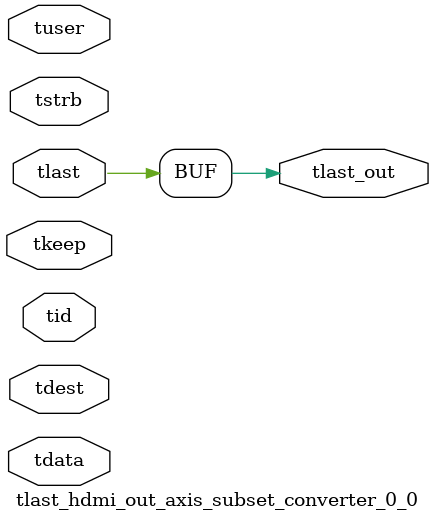
<source format=v>


`timescale 1ps/1ps

module tlast_hdmi_out_axis_subset_converter_0_0 #
(
parameter C_S_AXIS_TID_WIDTH   = 1,
parameter C_S_AXIS_TUSER_WIDTH = 0,
parameter C_S_AXIS_TDATA_WIDTH = 0,
parameter C_S_AXIS_TDEST_WIDTH = 0
)
(
input  [(C_S_AXIS_TID_WIDTH   == 0 ? 1 : C_S_AXIS_TID_WIDTH)-1:0       ] tid,
input  [(C_S_AXIS_TDATA_WIDTH == 0 ? 1 : C_S_AXIS_TDATA_WIDTH)-1:0     ] tdata,
input  [(C_S_AXIS_TUSER_WIDTH == 0 ? 1 : C_S_AXIS_TUSER_WIDTH)-1:0     ] tuser,
input  [(C_S_AXIS_TDEST_WIDTH == 0 ? 1 : C_S_AXIS_TDEST_WIDTH)-1:0     ] tdest,
input  [(C_S_AXIS_TDATA_WIDTH/8)-1:0 ] tkeep,
input  [(C_S_AXIS_TDATA_WIDTH/8)-1:0 ] tstrb,
input  [0:0]                                                             tlast,
output                                                                   tlast_out
);

assign tlast_out = {tlast};

endmodule


</source>
